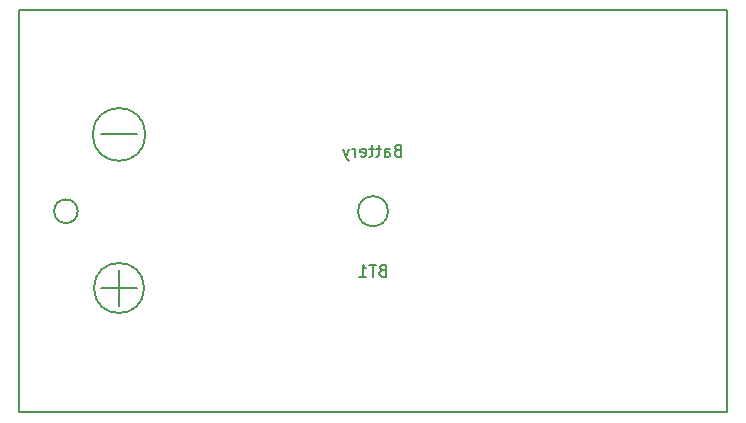
<source format=gbo>
G04 #@! TF.FileFunction,Legend,Bot*
%FSLAX46Y46*%
G04 Gerber Fmt 4.6, Leading zero omitted, Abs format (unit mm)*
G04 Created by KiCad (PCBNEW 4.0.2-stable) date 2017/04/14 20:47:14*
%MOMM*%
G01*
G04 APERTURE LIST*
%ADD10C,0.100000*%
%ADD11C,0.150000*%
%ADD12C,2.500000*%
%ADD13C,1.600000*%
%ADD14C,1.800000*%
%ADD15R,1.800000X1.800000*%
%ADD16C,2.000000*%
%ADD17R,2.200000X2.200000*%
%ADD18R,2.400000X1.600000*%
%ADD19O,2.400000X1.600000*%
G04 APERTURE END LIST*
D10*
D11*
X117701000Y-98552000D02*
X117701000Y-81552000D01*
X117701000Y-81552000D02*
X177701000Y-81552000D01*
X177701000Y-81552000D02*
X177701000Y-115552000D01*
X177701000Y-115552000D02*
X117701000Y-115552000D01*
X117701000Y-115552000D02*
X117701000Y-98552000D01*
X128322320Y-105052000D02*
G75*
G03X128322320Y-105052000I-2121320J0D01*
G01*
X128437068Y-92052000D02*
G75*
G03X128437068Y-92052000I-2236068J0D01*
G01*
X126201000Y-103552000D02*
X126201000Y-106552000D01*
X127701000Y-105052000D02*
X124701000Y-105052000D01*
X127701000Y-92052000D02*
X124701000Y-92052000D01*
X122701000Y-98552000D02*
G75*
G03X122701000Y-98552000I-1000000J0D01*
G01*
X148971000Y-98552000D02*
G75*
G03X148971000Y-98552000I-1270000J0D01*
G01*
X148486714Y-103560571D02*
X148343857Y-103608190D01*
X148296238Y-103655810D01*
X148248619Y-103751048D01*
X148248619Y-103893905D01*
X148296238Y-103989143D01*
X148343857Y-104036762D01*
X148439095Y-104084381D01*
X148820048Y-104084381D01*
X148820048Y-103084381D01*
X148486714Y-103084381D01*
X148391476Y-103132000D01*
X148343857Y-103179619D01*
X148296238Y-103274857D01*
X148296238Y-103370095D01*
X148343857Y-103465333D01*
X148391476Y-103512952D01*
X148486714Y-103560571D01*
X148820048Y-103560571D01*
X147962905Y-103084381D02*
X147391476Y-103084381D01*
X147677191Y-104084381D02*
X147677191Y-103084381D01*
X146534333Y-104084381D02*
X147105762Y-104084381D01*
X146820048Y-104084381D02*
X146820048Y-103084381D01*
X146915286Y-103227238D01*
X147010524Y-103322476D01*
X147105762Y-103370095D01*
X149772429Y-93400571D02*
X149629572Y-93448190D01*
X149581953Y-93495810D01*
X149534334Y-93591048D01*
X149534334Y-93733905D01*
X149581953Y-93829143D01*
X149629572Y-93876762D01*
X149724810Y-93924381D01*
X150105763Y-93924381D01*
X150105763Y-92924381D01*
X149772429Y-92924381D01*
X149677191Y-92972000D01*
X149629572Y-93019619D01*
X149581953Y-93114857D01*
X149581953Y-93210095D01*
X149629572Y-93305333D01*
X149677191Y-93352952D01*
X149772429Y-93400571D01*
X150105763Y-93400571D01*
X148677191Y-93924381D02*
X148677191Y-93400571D01*
X148724810Y-93305333D01*
X148820048Y-93257714D01*
X149010525Y-93257714D01*
X149105763Y-93305333D01*
X148677191Y-93876762D02*
X148772429Y-93924381D01*
X149010525Y-93924381D01*
X149105763Y-93876762D01*
X149153382Y-93781524D01*
X149153382Y-93686286D01*
X149105763Y-93591048D01*
X149010525Y-93543429D01*
X148772429Y-93543429D01*
X148677191Y-93495810D01*
X148343858Y-93257714D02*
X147962906Y-93257714D01*
X148201001Y-92924381D02*
X148201001Y-93781524D01*
X148153382Y-93876762D01*
X148058144Y-93924381D01*
X147962906Y-93924381D01*
X147772429Y-93257714D02*
X147391477Y-93257714D01*
X147629572Y-92924381D02*
X147629572Y-93781524D01*
X147581953Y-93876762D01*
X147486715Y-93924381D01*
X147391477Y-93924381D01*
X146677190Y-93876762D02*
X146772428Y-93924381D01*
X146962905Y-93924381D01*
X147058143Y-93876762D01*
X147105762Y-93781524D01*
X147105762Y-93400571D01*
X147058143Y-93305333D01*
X146962905Y-93257714D01*
X146772428Y-93257714D01*
X146677190Y-93305333D01*
X146629571Y-93400571D01*
X146629571Y-93495810D01*
X147105762Y-93591048D01*
X146201000Y-93924381D02*
X146201000Y-93257714D01*
X146201000Y-93448190D02*
X146153381Y-93352952D01*
X146105762Y-93305333D01*
X146010524Y-93257714D01*
X145915285Y-93257714D01*
X145677190Y-93257714D02*
X145439095Y-93924381D01*
X145200999Y-93257714D02*
X145439095Y-93924381D01*
X145534333Y-94162476D01*
X145581952Y-94210095D01*
X145677190Y-94257714D01*
%LPC*%
D12*
X121701000Y-92052000D03*
X121701000Y-105052000D03*
D13*
X202057000Y-92456000D03*
X202057000Y-97536000D03*
X200533000Y-84455000D03*
X205613000Y-84455000D03*
D14*
X188468000Y-110490000D03*
D15*
X198628000Y-110490000D03*
D14*
X198628000Y-106553000D03*
D15*
X188468000Y-106553000D03*
D14*
X188468000Y-102616000D03*
D15*
X198628000Y-102616000D03*
D12*
X207264000Y-109728000D03*
X204724000Y-104648000D03*
X209804000Y-104648000D03*
D16*
X210947000Y-91821000D03*
X210947000Y-96901000D03*
D17*
X210820000Y-84455000D03*
D18*
X197612000Y-97409000D03*
D19*
X189992000Y-89789000D03*
X197612000Y-94869000D03*
X189992000Y-92329000D03*
X197612000Y-92329000D03*
X189992000Y-94869000D03*
X197612000Y-89789000D03*
X189992000Y-97409000D03*
D17*
X208750000Y-120750000D03*
X119250000Y-120750000D03*
X212250000Y-120750000D03*
X127250000Y-118250000D03*
X127250000Y-123250000D03*
X135250000Y-118250000D03*
X135250000Y-123250000D03*
M02*

</source>
